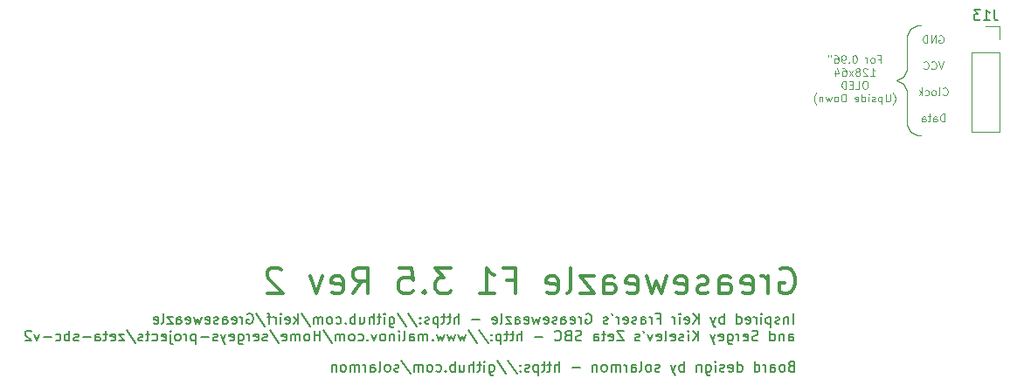
<source format=gbr>
G04 #@! TF.GenerationSoftware,KiCad,Pcbnew,(5.1.9)-1*
G04 #@! TF.CreationDate,2021-01-17T11:56:39+00:00*
G04 #@! TF.ProjectId,Greaseweazle F1 3.5 Inch Rev 2,47726561-7365-4776-9561-7a6c65204631,2*
G04 #@! TF.SameCoordinates,PX6312cb0PY6bcb370*
G04 #@! TF.FileFunction,Legend,Bot*
G04 #@! TF.FilePolarity,Positive*
%FSLAX46Y46*%
G04 Gerber Fmt 4.6, Leading zero omitted, Abs format (unit mm)*
G04 Created by KiCad (PCBNEW (5.1.9)-1) date 2021-01-17 11:56:39*
%MOMM*%
%LPD*%
G01*
G04 APERTURE LIST*
%ADD10C,0.125000*%
%ADD11C,0.304800*%
%ADD12C,0.150000*%
%ADD13C,0.120000*%
G04 APERTURE END LIST*
D10*
X102425428Y16885000D02*
X102496857Y16920715D01*
X102604000Y16920715D01*
X102711142Y16885000D01*
X102782571Y16813572D01*
X102818285Y16742143D01*
X102854000Y16599286D01*
X102854000Y16492143D01*
X102818285Y16349286D01*
X102782571Y16277858D01*
X102711142Y16206429D01*
X102604000Y16170715D01*
X102532571Y16170715D01*
X102425428Y16206429D01*
X102389714Y16242143D01*
X102389714Y16492143D01*
X102532571Y16492143D01*
X102068285Y16170715D02*
X102068285Y16920715D01*
X101639714Y16170715D01*
X101639714Y16920715D01*
X101282571Y16170715D02*
X101282571Y16920715D01*
X101104000Y16920715D01*
X100996857Y16885000D01*
X100925428Y16813572D01*
X100889714Y16742143D01*
X100854000Y16599286D01*
X100854000Y16492143D01*
X100889714Y16349286D01*
X100925428Y16277858D01*
X100996857Y16206429D01*
X101104000Y16170715D01*
X101282571Y16170715D01*
X102782571Y11162143D02*
X102818285Y11126429D01*
X102925428Y11090715D01*
X102996857Y11090715D01*
X103104000Y11126429D01*
X103175428Y11197858D01*
X103211142Y11269286D01*
X103246857Y11412143D01*
X103246857Y11519286D01*
X103211142Y11662143D01*
X103175428Y11733572D01*
X103104000Y11805000D01*
X102996857Y11840715D01*
X102925428Y11840715D01*
X102818285Y11805000D01*
X102782571Y11769286D01*
X102354000Y11090715D02*
X102425428Y11126429D01*
X102461142Y11197858D01*
X102461142Y11840715D01*
X101961142Y11090715D02*
X102032571Y11126429D01*
X102068285Y11162143D01*
X102104000Y11233572D01*
X102104000Y11447858D01*
X102068285Y11519286D01*
X102032571Y11555000D01*
X101961142Y11590715D01*
X101854000Y11590715D01*
X101782571Y11555000D01*
X101746857Y11519286D01*
X101711142Y11447858D01*
X101711142Y11233572D01*
X101746857Y11162143D01*
X101782571Y11126429D01*
X101854000Y11090715D01*
X101961142Y11090715D01*
X101068285Y11126429D02*
X101139714Y11090715D01*
X101282571Y11090715D01*
X101354000Y11126429D01*
X101389714Y11162143D01*
X101425428Y11233572D01*
X101425428Y11447858D01*
X101389714Y11519286D01*
X101354000Y11555000D01*
X101282571Y11590715D01*
X101139714Y11590715D01*
X101068285Y11555000D01*
X100746857Y11090715D02*
X100746857Y11840715D01*
X100675428Y11376429D02*
X100461142Y11090715D01*
X100461142Y11590715D02*
X100746857Y11305000D01*
X102943285Y8550715D02*
X102943285Y9300715D01*
X102764714Y9300715D01*
X102657571Y9265000D01*
X102586142Y9193572D01*
X102550428Y9122143D01*
X102514714Y8979286D01*
X102514714Y8872143D01*
X102550428Y8729286D01*
X102586142Y8657858D01*
X102657571Y8586429D01*
X102764714Y8550715D01*
X102943285Y8550715D01*
X101871857Y8550715D02*
X101871857Y8943572D01*
X101907571Y9015000D01*
X101979000Y9050715D01*
X102121857Y9050715D01*
X102193285Y9015000D01*
X101871857Y8586429D02*
X101943285Y8550715D01*
X102121857Y8550715D01*
X102193285Y8586429D01*
X102229000Y8657858D01*
X102229000Y8729286D01*
X102193285Y8800715D01*
X102121857Y8836429D01*
X101943285Y8836429D01*
X101871857Y8872143D01*
X101621857Y9050715D02*
X101336142Y9050715D01*
X101514714Y9300715D02*
X101514714Y8657858D01*
X101479000Y8586429D01*
X101407571Y8550715D01*
X101336142Y8550715D01*
X100764714Y8550715D02*
X100764714Y8943572D01*
X100800428Y9015000D01*
X100871857Y9050715D01*
X101014714Y9050715D01*
X101086142Y9015000D01*
X100764714Y8586429D02*
X100836142Y8550715D01*
X101014714Y8550715D01*
X101086142Y8586429D01*
X101121857Y8657858D01*
X101121857Y8729286D01*
X101086142Y8800715D01*
X101014714Y8836429D01*
X100836142Y8836429D01*
X100764714Y8872143D01*
X102854000Y14380715D02*
X102604000Y13630715D01*
X102354000Y14380715D01*
X101675428Y13702143D02*
X101711142Y13666429D01*
X101818285Y13630715D01*
X101889714Y13630715D01*
X101996857Y13666429D01*
X102068285Y13737858D01*
X102104000Y13809286D01*
X102139714Y13952143D01*
X102139714Y14059286D01*
X102104000Y14202143D01*
X102068285Y14273572D01*
X101996857Y14345000D01*
X101889714Y14380715D01*
X101818285Y14380715D01*
X101711142Y14345000D01*
X101675428Y14309286D01*
X100925428Y13702143D02*
X100961142Y13666429D01*
X101068285Y13630715D01*
X101139714Y13630715D01*
X101246857Y13666429D01*
X101318285Y13737858D01*
X101354000Y13809286D01*
X101389714Y13952143D01*
X101389714Y14059286D01*
X101354000Y14202143D01*
X101318285Y14273572D01*
X101246857Y14345000D01*
X101139714Y14380715D01*
X101068285Y14380715D01*
X100961142Y14345000D01*
X100925428Y14309286D01*
X96519714Y14628572D02*
X96769714Y14628572D01*
X96769714Y14235715D02*
X96769714Y14985715D01*
X96412571Y14985715D01*
X96019714Y14235715D02*
X96091142Y14271429D01*
X96126857Y14307143D01*
X96162571Y14378572D01*
X96162571Y14592858D01*
X96126857Y14664286D01*
X96091142Y14700000D01*
X96019714Y14735715D01*
X95912571Y14735715D01*
X95841142Y14700000D01*
X95805428Y14664286D01*
X95769714Y14592858D01*
X95769714Y14378572D01*
X95805428Y14307143D01*
X95841142Y14271429D01*
X95912571Y14235715D01*
X96019714Y14235715D01*
X95448285Y14235715D02*
X95448285Y14735715D01*
X95448285Y14592858D02*
X95412571Y14664286D01*
X95376857Y14700000D01*
X95305428Y14735715D01*
X95234000Y14735715D01*
X94269714Y14985715D02*
X94198285Y14985715D01*
X94126857Y14950000D01*
X94091142Y14914286D01*
X94055428Y14842858D01*
X94019714Y14700000D01*
X94019714Y14521429D01*
X94055428Y14378572D01*
X94091142Y14307143D01*
X94126857Y14271429D01*
X94198285Y14235715D01*
X94269714Y14235715D01*
X94341142Y14271429D01*
X94376857Y14307143D01*
X94412571Y14378572D01*
X94448285Y14521429D01*
X94448285Y14700000D01*
X94412571Y14842858D01*
X94376857Y14914286D01*
X94341142Y14950000D01*
X94269714Y14985715D01*
X93698285Y14307143D02*
X93662571Y14271429D01*
X93698285Y14235715D01*
X93734000Y14271429D01*
X93698285Y14307143D01*
X93698285Y14235715D01*
X93305428Y14235715D02*
X93162571Y14235715D01*
X93091142Y14271429D01*
X93055428Y14307143D01*
X92984000Y14414286D01*
X92948285Y14557143D01*
X92948285Y14842858D01*
X92984000Y14914286D01*
X93019714Y14950000D01*
X93091142Y14985715D01*
X93234000Y14985715D01*
X93305428Y14950000D01*
X93341142Y14914286D01*
X93376857Y14842858D01*
X93376857Y14664286D01*
X93341142Y14592858D01*
X93305428Y14557143D01*
X93234000Y14521429D01*
X93091142Y14521429D01*
X93019714Y14557143D01*
X92984000Y14592858D01*
X92948285Y14664286D01*
X92305428Y14985715D02*
X92448285Y14985715D01*
X92519714Y14950000D01*
X92555428Y14914286D01*
X92626857Y14807143D01*
X92662571Y14664286D01*
X92662571Y14378572D01*
X92626857Y14307143D01*
X92591142Y14271429D01*
X92519714Y14235715D01*
X92376857Y14235715D01*
X92305428Y14271429D01*
X92269714Y14307143D01*
X92234000Y14378572D01*
X92234000Y14557143D01*
X92269714Y14628572D01*
X92305428Y14664286D01*
X92376857Y14700000D01*
X92519714Y14700000D01*
X92591142Y14664286D01*
X92626857Y14628572D01*
X92662571Y14557143D01*
X91948285Y14985715D02*
X91948285Y14842858D01*
X91662571Y14985715D02*
X91662571Y14842858D01*
X95751857Y12985715D02*
X96180428Y12985715D01*
X95966142Y12985715D02*
X95966142Y13735715D01*
X96037571Y13628572D01*
X96109000Y13557143D01*
X96180428Y13521429D01*
X95466142Y13664286D02*
X95430428Y13700000D01*
X95359000Y13735715D01*
X95180428Y13735715D01*
X95109000Y13700000D01*
X95073285Y13664286D01*
X95037571Y13592858D01*
X95037571Y13521429D01*
X95073285Y13414286D01*
X95501857Y12985715D01*
X95037571Y12985715D01*
X94609000Y13414286D02*
X94680428Y13450000D01*
X94716142Y13485715D01*
X94751857Y13557143D01*
X94751857Y13592858D01*
X94716142Y13664286D01*
X94680428Y13700000D01*
X94609000Y13735715D01*
X94466142Y13735715D01*
X94394714Y13700000D01*
X94359000Y13664286D01*
X94323285Y13592858D01*
X94323285Y13557143D01*
X94359000Y13485715D01*
X94394714Y13450000D01*
X94466142Y13414286D01*
X94609000Y13414286D01*
X94680428Y13378572D01*
X94716142Y13342858D01*
X94751857Y13271429D01*
X94751857Y13128572D01*
X94716142Y13057143D01*
X94680428Y13021429D01*
X94609000Y12985715D01*
X94466142Y12985715D01*
X94394714Y13021429D01*
X94359000Y13057143D01*
X94323285Y13128572D01*
X94323285Y13271429D01*
X94359000Y13342858D01*
X94394714Y13378572D01*
X94466142Y13414286D01*
X94073285Y12985715D02*
X93680428Y13485715D01*
X94073285Y13485715D02*
X93680428Y12985715D01*
X93073285Y13735715D02*
X93216142Y13735715D01*
X93287571Y13700000D01*
X93323285Y13664286D01*
X93394714Y13557143D01*
X93430428Y13414286D01*
X93430428Y13128572D01*
X93394714Y13057143D01*
X93359000Y13021429D01*
X93287571Y12985715D01*
X93144714Y12985715D01*
X93073285Y13021429D01*
X93037571Y13057143D01*
X93001857Y13128572D01*
X93001857Y13307143D01*
X93037571Y13378572D01*
X93073285Y13414286D01*
X93144714Y13450000D01*
X93287571Y13450000D01*
X93359000Y13414286D01*
X93394714Y13378572D01*
X93430428Y13307143D01*
X92359000Y13485715D02*
X92359000Y12985715D01*
X92537571Y13771429D02*
X92716142Y13235715D01*
X92251857Y13235715D01*
X95323285Y12485715D02*
X95180428Y12485715D01*
X95109000Y12450000D01*
X95037571Y12378572D01*
X95001857Y12235715D01*
X95001857Y11985715D01*
X95037571Y11842858D01*
X95109000Y11771429D01*
X95180428Y11735715D01*
X95323285Y11735715D01*
X95394714Y11771429D01*
X95466142Y11842858D01*
X95501857Y11985715D01*
X95501857Y12235715D01*
X95466142Y12378572D01*
X95394714Y12450000D01*
X95323285Y12485715D01*
X94323285Y11735715D02*
X94680428Y11735715D01*
X94680428Y12485715D01*
X94073285Y12128572D02*
X93823285Y12128572D01*
X93716142Y11735715D02*
X94073285Y11735715D01*
X94073285Y12485715D01*
X93716142Y12485715D01*
X93394714Y11735715D02*
X93394714Y12485715D01*
X93216142Y12485715D01*
X93109000Y12450000D01*
X93037571Y12378572D01*
X93001857Y12307143D01*
X92966142Y12164286D01*
X92966142Y12057143D01*
X93001857Y11914286D01*
X93037571Y11842858D01*
X93109000Y11771429D01*
X93216142Y11735715D01*
X93394714Y11735715D01*
X97948285Y10200000D02*
X97984000Y10235715D01*
X98055428Y10342858D01*
X98091142Y10414286D01*
X98126857Y10521429D01*
X98162571Y10700000D01*
X98162571Y10842858D01*
X98126857Y11021429D01*
X98091142Y11128572D01*
X98055428Y11200000D01*
X97984000Y11307143D01*
X97948285Y11342858D01*
X97662571Y11235715D02*
X97662571Y10628572D01*
X97626857Y10557143D01*
X97591142Y10521429D01*
X97519714Y10485715D01*
X97376857Y10485715D01*
X97305428Y10521429D01*
X97269714Y10557143D01*
X97234000Y10628572D01*
X97234000Y11235715D01*
X96876857Y10985715D02*
X96876857Y10235715D01*
X96876857Y10950000D02*
X96805428Y10985715D01*
X96662571Y10985715D01*
X96591142Y10950000D01*
X96555428Y10914286D01*
X96519714Y10842858D01*
X96519714Y10628572D01*
X96555428Y10557143D01*
X96591142Y10521429D01*
X96662571Y10485715D01*
X96805428Y10485715D01*
X96876857Y10521429D01*
X96234000Y10521429D02*
X96162571Y10485715D01*
X96019714Y10485715D01*
X95948285Y10521429D01*
X95912571Y10592858D01*
X95912571Y10628572D01*
X95948285Y10700000D01*
X96019714Y10735715D01*
X96126857Y10735715D01*
X96198285Y10771429D01*
X96234000Y10842858D01*
X96234000Y10878572D01*
X96198285Y10950000D01*
X96126857Y10985715D01*
X96019714Y10985715D01*
X95948285Y10950000D01*
X95591142Y10485715D02*
X95591142Y10985715D01*
X95591142Y11235715D02*
X95626857Y11200000D01*
X95591142Y11164286D01*
X95555428Y11200000D01*
X95591142Y11235715D01*
X95591142Y11164286D01*
X94912571Y10485715D02*
X94912571Y11235715D01*
X94912571Y10521429D02*
X94984000Y10485715D01*
X95126857Y10485715D01*
X95198285Y10521429D01*
X95234000Y10557143D01*
X95269714Y10628572D01*
X95269714Y10842858D01*
X95234000Y10914286D01*
X95198285Y10950000D01*
X95126857Y10985715D01*
X94984000Y10985715D01*
X94912571Y10950000D01*
X94269714Y10521429D02*
X94341142Y10485715D01*
X94484000Y10485715D01*
X94555428Y10521429D01*
X94591142Y10592858D01*
X94591142Y10878572D01*
X94555428Y10950000D01*
X94484000Y10985715D01*
X94341142Y10985715D01*
X94269714Y10950000D01*
X94234000Y10878572D01*
X94234000Y10807143D01*
X94591142Y10735715D01*
X93341142Y10485715D02*
X93341142Y11235715D01*
X93162571Y11235715D01*
X93055428Y11200000D01*
X92984000Y11128572D01*
X92948285Y11057143D01*
X92912571Y10914286D01*
X92912571Y10807143D01*
X92948285Y10664286D01*
X92984000Y10592858D01*
X93055428Y10521429D01*
X93162571Y10485715D01*
X93341142Y10485715D01*
X92484000Y10485715D02*
X92555428Y10521429D01*
X92591142Y10557143D01*
X92626857Y10628572D01*
X92626857Y10842858D01*
X92591142Y10914286D01*
X92555428Y10950000D01*
X92484000Y10985715D01*
X92376857Y10985715D01*
X92305428Y10950000D01*
X92269714Y10914286D01*
X92234000Y10842858D01*
X92234000Y10628572D01*
X92269714Y10557143D01*
X92305428Y10521429D01*
X92376857Y10485715D01*
X92484000Y10485715D01*
X91984000Y10985715D02*
X91841142Y10485715D01*
X91698285Y10842858D01*
X91555428Y10485715D01*
X91412571Y10985715D01*
X91126857Y10985715D02*
X91126857Y10485715D01*
X91126857Y10914286D02*
X91091142Y10950000D01*
X91019714Y10985715D01*
X90912571Y10985715D01*
X90841142Y10950000D01*
X90805428Y10878572D01*
X90805428Y10485715D01*
X90519714Y10200000D02*
X90484000Y10235715D01*
X90412571Y10342858D01*
X90376857Y10414286D01*
X90341142Y10521429D01*
X90305428Y10700000D01*
X90305428Y10842858D01*
X90341142Y11021429D01*
X90376857Y11128572D01*
X90412571Y11200000D01*
X90484000Y11307143D01*
X90519714Y11342858D01*
X100647333Y17898334D02*
X100314000Y17898334D01*
X99647333Y17565000D01*
X99314000Y16898334D01*
X99314000Y13565000D01*
X98980666Y12898334D01*
X98314000Y12565000D01*
X98980666Y12231667D01*
X99314000Y11565000D01*
X99314000Y8231667D01*
X99647333Y7565000D01*
X100314000Y7231667D01*
X100647333Y7231667D01*
D11*
X87051118Y-5735000D02*
X87289213Y-5615952D01*
X87646356Y-5615952D01*
X88003499Y-5735000D01*
X88241594Y-5973095D01*
X88360641Y-6211190D01*
X88479689Y-6687380D01*
X88479689Y-7044523D01*
X88360641Y-7520714D01*
X88241594Y-7758809D01*
X88003499Y-7996904D01*
X87646356Y-8115952D01*
X87408260Y-8115952D01*
X87051118Y-7996904D01*
X86932070Y-7877857D01*
X86932070Y-7044523D01*
X87408260Y-7044523D01*
X85860641Y-8115952D02*
X85860641Y-6449285D01*
X85860641Y-6925476D02*
X85741594Y-6687380D01*
X85622546Y-6568333D01*
X85384451Y-6449285D01*
X85146356Y-6449285D01*
X83360641Y-7996904D02*
X83598737Y-8115952D01*
X84074927Y-8115952D01*
X84313022Y-7996904D01*
X84432070Y-7758809D01*
X84432070Y-6806428D01*
X84313022Y-6568333D01*
X84074927Y-6449285D01*
X83598737Y-6449285D01*
X83360641Y-6568333D01*
X83241594Y-6806428D01*
X83241594Y-7044523D01*
X84432070Y-7282619D01*
X81098737Y-8115952D02*
X81098737Y-6806428D01*
X81217784Y-6568333D01*
X81455880Y-6449285D01*
X81932070Y-6449285D01*
X82170165Y-6568333D01*
X81098737Y-7996904D02*
X81336832Y-8115952D01*
X81932070Y-8115952D01*
X82170165Y-7996904D01*
X82289213Y-7758809D01*
X82289213Y-7520714D01*
X82170165Y-7282619D01*
X81932070Y-7163571D01*
X81336832Y-7163571D01*
X81098737Y-7044523D01*
X80027308Y-7996904D02*
X79789213Y-8115952D01*
X79313022Y-8115952D01*
X79074927Y-7996904D01*
X78955880Y-7758809D01*
X78955880Y-7639761D01*
X79074927Y-7401666D01*
X79313022Y-7282619D01*
X79670165Y-7282619D01*
X79908260Y-7163571D01*
X80027308Y-6925476D01*
X80027308Y-6806428D01*
X79908260Y-6568333D01*
X79670165Y-6449285D01*
X79313022Y-6449285D01*
X79074927Y-6568333D01*
X76932070Y-7996904D02*
X77170165Y-8115952D01*
X77646356Y-8115952D01*
X77884451Y-7996904D01*
X78003499Y-7758809D01*
X78003499Y-6806428D01*
X77884451Y-6568333D01*
X77646356Y-6449285D01*
X77170165Y-6449285D01*
X76932070Y-6568333D01*
X76813022Y-6806428D01*
X76813022Y-7044523D01*
X78003499Y-7282619D01*
X75979689Y-6449285D02*
X75503499Y-8115952D01*
X75027308Y-6925476D01*
X74551118Y-8115952D01*
X74074927Y-6449285D01*
X72170165Y-7996904D02*
X72408260Y-8115952D01*
X72884451Y-8115952D01*
X73122546Y-7996904D01*
X73241594Y-7758809D01*
X73241594Y-6806428D01*
X73122546Y-6568333D01*
X72884451Y-6449285D01*
X72408260Y-6449285D01*
X72170165Y-6568333D01*
X72051118Y-6806428D01*
X72051118Y-7044523D01*
X73241594Y-7282619D01*
X69908260Y-8115952D02*
X69908260Y-6806428D01*
X70027308Y-6568333D01*
X70265403Y-6449285D01*
X70741594Y-6449285D01*
X70979689Y-6568333D01*
X69908260Y-7996904D02*
X70146356Y-8115952D01*
X70741594Y-8115952D01*
X70979689Y-7996904D01*
X71098737Y-7758809D01*
X71098737Y-7520714D01*
X70979689Y-7282619D01*
X70741594Y-7163571D01*
X70146356Y-7163571D01*
X69908260Y-7044523D01*
X68955880Y-6449285D02*
X67646356Y-6449285D01*
X68955880Y-8115952D01*
X67646356Y-8115952D01*
X66336832Y-8115952D02*
X66574927Y-7996904D01*
X66693975Y-7758809D01*
X66693975Y-5615952D01*
X64432070Y-7996904D02*
X64670165Y-8115952D01*
X65146356Y-8115952D01*
X65384451Y-7996904D01*
X65503499Y-7758809D01*
X65503499Y-6806428D01*
X65384451Y-6568333D01*
X65146356Y-6449285D01*
X64670165Y-6449285D01*
X64432070Y-6568333D01*
X64313022Y-6806428D01*
X64313022Y-7044523D01*
X65503499Y-7282619D01*
X60503499Y-6806428D02*
X61336832Y-6806428D01*
X61336832Y-8115952D02*
X61336832Y-5615952D01*
X60146356Y-5615952D01*
X57884451Y-8115952D02*
X59313022Y-8115952D01*
X58598737Y-8115952D02*
X58598737Y-5615952D01*
X58836832Y-5973095D01*
X59074927Y-6211190D01*
X59313022Y-6330238D01*
X55146356Y-5615952D02*
X53598737Y-5615952D01*
X54432070Y-6568333D01*
X54074927Y-6568333D01*
X53836832Y-6687380D01*
X53717784Y-6806428D01*
X53598737Y-7044523D01*
X53598737Y-7639761D01*
X53717784Y-7877857D01*
X53836832Y-7996904D01*
X54074927Y-8115952D01*
X54789213Y-8115952D01*
X55027308Y-7996904D01*
X55146356Y-7877857D01*
X52527308Y-7877857D02*
X52408260Y-7996904D01*
X52527308Y-8115952D01*
X52646356Y-7996904D01*
X52527308Y-7877857D01*
X52527308Y-8115952D01*
X50146356Y-5615952D02*
X51336832Y-5615952D01*
X51455880Y-6806428D01*
X51336832Y-6687380D01*
X51098737Y-6568333D01*
X50503499Y-6568333D01*
X50265403Y-6687380D01*
X50146356Y-6806428D01*
X50027308Y-7044523D01*
X50027308Y-7639761D01*
X50146356Y-7877857D01*
X50265403Y-7996904D01*
X50503499Y-8115952D01*
X51098737Y-8115952D01*
X51336832Y-7996904D01*
X51455880Y-7877857D01*
X45622546Y-8115952D02*
X46455880Y-6925476D01*
X47051118Y-8115952D02*
X47051118Y-5615952D01*
X46098737Y-5615952D01*
X45860641Y-5735000D01*
X45741594Y-5854047D01*
X45622546Y-6092142D01*
X45622546Y-6449285D01*
X45741594Y-6687380D01*
X45860641Y-6806428D01*
X46098737Y-6925476D01*
X47051118Y-6925476D01*
X43598737Y-7996904D02*
X43836832Y-8115952D01*
X44313022Y-8115952D01*
X44551118Y-7996904D01*
X44670165Y-7758809D01*
X44670165Y-6806428D01*
X44551118Y-6568333D01*
X44313022Y-6449285D01*
X43836832Y-6449285D01*
X43598737Y-6568333D01*
X43479689Y-6806428D01*
X43479689Y-7044523D01*
X44670165Y-7282619D01*
X42646356Y-6449285D02*
X42051118Y-8115952D01*
X41455880Y-6449285D01*
X38717784Y-5854047D02*
X38598737Y-5735000D01*
X38360641Y-5615952D01*
X37765403Y-5615952D01*
X37527308Y-5735000D01*
X37408260Y-5854047D01*
X37289213Y-6092142D01*
X37289213Y-6330238D01*
X37408260Y-6687380D01*
X38836832Y-8115952D01*
X37289213Y-8115952D01*
D12*
X88285004Y-11057380D02*
X88285004Y-10057380D01*
X87808814Y-10390714D02*
X87808814Y-11057380D01*
X87808814Y-10485952D02*
X87761195Y-10438333D01*
X87665957Y-10390714D01*
X87523100Y-10390714D01*
X87427861Y-10438333D01*
X87380242Y-10533571D01*
X87380242Y-11057380D01*
X86951671Y-11009761D02*
X86856433Y-11057380D01*
X86665957Y-11057380D01*
X86570719Y-11009761D01*
X86523100Y-10914523D01*
X86523100Y-10866904D01*
X86570719Y-10771666D01*
X86665957Y-10724047D01*
X86808814Y-10724047D01*
X86904052Y-10676428D01*
X86951671Y-10581190D01*
X86951671Y-10533571D01*
X86904052Y-10438333D01*
X86808814Y-10390714D01*
X86665957Y-10390714D01*
X86570719Y-10438333D01*
X86094528Y-10390714D02*
X86094528Y-11390714D01*
X86094528Y-10438333D02*
X85999290Y-10390714D01*
X85808814Y-10390714D01*
X85713576Y-10438333D01*
X85665957Y-10485952D01*
X85618338Y-10581190D01*
X85618338Y-10866904D01*
X85665957Y-10962142D01*
X85713576Y-11009761D01*
X85808814Y-11057380D01*
X85999290Y-11057380D01*
X86094528Y-11009761D01*
X85189766Y-11057380D02*
X85189766Y-10390714D01*
X85189766Y-10057380D02*
X85237385Y-10105000D01*
X85189766Y-10152619D01*
X85142147Y-10105000D01*
X85189766Y-10057380D01*
X85189766Y-10152619D01*
X84713576Y-11057380D02*
X84713576Y-10390714D01*
X84713576Y-10581190D02*
X84665957Y-10485952D01*
X84618338Y-10438333D01*
X84523100Y-10390714D01*
X84427861Y-10390714D01*
X83713576Y-11009761D02*
X83808814Y-11057380D01*
X83999290Y-11057380D01*
X84094528Y-11009761D01*
X84142147Y-10914523D01*
X84142147Y-10533571D01*
X84094528Y-10438333D01*
X83999290Y-10390714D01*
X83808814Y-10390714D01*
X83713576Y-10438333D01*
X83665957Y-10533571D01*
X83665957Y-10628809D01*
X84142147Y-10724047D01*
X82808814Y-11057380D02*
X82808814Y-10057380D01*
X82808814Y-11009761D02*
X82904052Y-11057380D01*
X83094528Y-11057380D01*
X83189766Y-11009761D01*
X83237385Y-10962142D01*
X83285004Y-10866904D01*
X83285004Y-10581190D01*
X83237385Y-10485952D01*
X83189766Y-10438333D01*
X83094528Y-10390714D01*
X82904052Y-10390714D01*
X82808814Y-10438333D01*
X81570719Y-11057380D02*
X81570719Y-10057380D01*
X81570719Y-10438333D02*
X81475480Y-10390714D01*
X81285004Y-10390714D01*
X81189766Y-10438333D01*
X81142147Y-10485952D01*
X81094528Y-10581190D01*
X81094528Y-10866904D01*
X81142147Y-10962142D01*
X81189766Y-11009761D01*
X81285004Y-11057380D01*
X81475480Y-11057380D01*
X81570719Y-11009761D01*
X80761195Y-10390714D02*
X80523100Y-11057380D01*
X80285004Y-10390714D02*
X80523100Y-11057380D01*
X80618338Y-11295476D01*
X80665957Y-11343095D01*
X80761195Y-11390714D01*
X79142147Y-11057380D02*
X79142147Y-10057380D01*
X78570719Y-11057380D02*
X78999290Y-10485952D01*
X78570719Y-10057380D02*
X79142147Y-10628809D01*
X77761195Y-11009761D02*
X77856433Y-11057380D01*
X78046909Y-11057380D01*
X78142147Y-11009761D01*
X78189766Y-10914523D01*
X78189766Y-10533571D01*
X78142147Y-10438333D01*
X78046909Y-10390714D01*
X77856433Y-10390714D01*
X77761195Y-10438333D01*
X77713576Y-10533571D01*
X77713576Y-10628809D01*
X78189766Y-10724047D01*
X77285004Y-11057380D02*
X77285004Y-10390714D01*
X77285004Y-10057380D02*
X77332623Y-10105000D01*
X77285004Y-10152619D01*
X77237385Y-10105000D01*
X77285004Y-10057380D01*
X77285004Y-10152619D01*
X76808814Y-11057380D02*
X76808814Y-10390714D01*
X76808814Y-10581190D02*
X76761195Y-10485952D01*
X76713576Y-10438333D01*
X76618338Y-10390714D01*
X76523100Y-10390714D01*
X75094528Y-10533571D02*
X75427861Y-10533571D01*
X75427861Y-11057380D02*
X75427861Y-10057380D01*
X74951671Y-10057380D01*
X74570719Y-11057380D02*
X74570719Y-10390714D01*
X74570719Y-10581190D02*
X74523100Y-10485952D01*
X74475480Y-10438333D01*
X74380242Y-10390714D01*
X74285004Y-10390714D01*
X73523100Y-11057380D02*
X73523100Y-10533571D01*
X73570719Y-10438333D01*
X73665957Y-10390714D01*
X73856433Y-10390714D01*
X73951671Y-10438333D01*
X73523100Y-11009761D02*
X73618338Y-11057380D01*
X73856433Y-11057380D01*
X73951671Y-11009761D01*
X73999290Y-10914523D01*
X73999290Y-10819285D01*
X73951671Y-10724047D01*
X73856433Y-10676428D01*
X73618338Y-10676428D01*
X73523100Y-10628809D01*
X73094528Y-11009761D02*
X72999290Y-11057380D01*
X72808814Y-11057380D01*
X72713576Y-11009761D01*
X72665957Y-10914523D01*
X72665957Y-10866904D01*
X72713576Y-10771666D01*
X72808814Y-10724047D01*
X72951671Y-10724047D01*
X73046909Y-10676428D01*
X73094528Y-10581190D01*
X73094528Y-10533571D01*
X73046909Y-10438333D01*
X72951671Y-10390714D01*
X72808814Y-10390714D01*
X72713576Y-10438333D01*
X71856433Y-11009761D02*
X71951671Y-11057380D01*
X72142147Y-11057380D01*
X72237385Y-11009761D01*
X72285004Y-10914523D01*
X72285004Y-10533571D01*
X72237385Y-10438333D01*
X72142147Y-10390714D01*
X71951671Y-10390714D01*
X71856433Y-10438333D01*
X71808814Y-10533571D01*
X71808814Y-10628809D01*
X72285004Y-10724047D01*
X71380242Y-11057380D02*
X71380242Y-10390714D01*
X71380242Y-10581190D02*
X71332623Y-10485952D01*
X71285004Y-10438333D01*
X71189766Y-10390714D01*
X71094528Y-10390714D01*
X70713576Y-10057380D02*
X70808814Y-10247857D01*
X70332623Y-11009761D02*
X70237385Y-11057380D01*
X70046909Y-11057380D01*
X69951671Y-11009761D01*
X69904052Y-10914523D01*
X69904052Y-10866904D01*
X69951671Y-10771666D01*
X70046909Y-10724047D01*
X70189766Y-10724047D01*
X70285004Y-10676428D01*
X70332623Y-10581190D01*
X70332623Y-10533571D01*
X70285004Y-10438333D01*
X70189766Y-10390714D01*
X70046909Y-10390714D01*
X69951671Y-10438333D01*
X68189766Y-10105000D02*
X68285004Y-10057380D01*
X68427861Y-10057380D01*
X68570719Y-10105000D01*
X68665957Y-10200238D01*
X68713576Y-10295476D01*
X68761195Y-10485952D01*
X68761195Y-10628809D01*
X68713576Y-10819285D01*
X68665957Y-10914523D01*
X68570719Y-11009761D01*
X68427861Y-11057380D01*
X68332623Y-11057380D01*
X68189766Y-11009761D01*
X68142147Y-10962142D01*
X68142147Y-10628809D01*
X68332623Y-10628809D01*
X67713576Y-11057380D02*
X67713576Y-10390714D01*
X67713576Y-10581190D02*
X67665957Y-10485952D01*
X67618338Y-10438333D01*
X67523100Y-10390714D01*
X67427861Y-10390714D01*
X66713576Y-11009761D02*
X66808814Y-11057380D01*
X66999290Y-11057380D01*
X67094528Y-11009761D01*
X67142147Y-10914523D01*
X67142147Y-10533571D01*
X67094528Y-10438333D01*
X66999290Y-10390714D01*
X66808814Y-10390714D01*
X66713576Y-10438333D01*
X66665957Y-10533571D01*
X66665957Y-10628809D01*
X67142147Y-10724047D01*
X65808814Y-11057380D02*
X65808814Y-10533571D01*
X65856433Y-10438333D01*
X65951671Y-10390714D01*
X66142147Y-10390714D01*
X66237385Y-10438333D01*
X65808814Y-11009761D02*
X65904052Y-11057380D01*
X66142147Y-11057380D01*
X66237385Y-11009761D01*
X66285004Y-10914523D01*
X66285004Y-10819285D01*
X66237385Y-10724047D01*
X66142147Y-10676428D01*
X65904052Y-10676428D01*
X65808814Y-10628809D01*
X65380242Y-11009761D02*
X65285004Y-11057380D01*
X65094528Y-11057380D01*
X64999290Y-11009761D01*
X64951671Y-10914523D01*
X64951671Y-10866904D01*
X64999290Y-10771666D01*
X65094528Y-10724047D01*
X65237385Y-10724047D01*
X65332623Y-10676428D01*
X65380242Y-10581190D01*
X65380242Y-10533571D01*
X65332623Y-10438333D01*
X65237385Y-10390714D01*
X65094528Y-10390714D01*
X64999290Y-10438333D01*
X64142147Y-11009761D02*
X64237385Y-11057380D01*
X64427861Y-11057380D01*
X64523100Y-11009761D01*
X64570719Y-10914523D01*
X64570719Y-10533571D01*
X64523100Y-10438333D01*
X64427861Y-10390714D01*
X64237385Y-10390714D01*
X64142147Y-10438333D01*
X64094528Y-10533571D01*
X64094528Y-10628809D01*
X64570719Y-10724047D01*
X63761195Y-10390714D02*
X63570719Y-11057380D01*
X63380242Y-10581190D01*
X63189766Y-11057380D01*
X62999290Y-10390714D01*
X62237385Y-11009761D02*
X62332623Y-11057380D01*
X62523100Y-11057380D01*
X62618338Y-11009761D01*
X62665957Y-10914523D01*
X62665957Y-10533571D01*
X62618338Y-10438333D01*
X62523100Y-10390714D01*
X62332623Y-10390714D01*
X62237385Y-10438333D01*
X62189766Y-10533571D01*
X62189766Y-10628809D01*
X62665957Y-10724047D01*
X61332623Y-11057380D02*
X61332623Y-10533571D01*
X61380242Y-10438333D01*
X61475480Y-10390714D01*
X61665957Y-10390714D01*
X61761195Y-10438333D01*
X61332623Y-11009761D02*
X61427861Y-11057380D01*
X61665957Y-11057380D01*
X61761195Y-11009761D01*
X61808814Y-10914523D01*
X61808814Y-10819285D01*
X61761195Y-10724047D01*
X61665957Y-10676428D01*
X61427861Y-10676428D01*
X61332623Y-10628809D01*
X60951671Y-10390714D02*
X60427861Y-10390714D01*
X60951671Y-11057380D01*
X60427861Y-11057380D01*
X59904052Y-11057380D02*
X59999290Y-11009761D01*
X60046909Y-10914523D01*
X60046909Y-10057380D01*
X59142147Y-11009761D02*
X59237385Y-11057380D01*
X59427861Y-11057380D01*
X59523100Y-11009761D01*
X59570719Y-10914523D01*
X59570719Y-10533571D01*
X59523100Y-10438333D01*
X59427861Y-10390714D01*
X59237385Y-10390714D01*
X59142147Y-10438333D01*
X59094528Y-10533571D01*
X59094528Y-10628809D01*
X59570719Y-10724047D01*
X57904052Y-10676428D02*
X57142147Y-10676428D01*
X55904052Y-11057380D02*
X55904052Y-10057380D01*
X55475480Y-11057380D02*
X55475480Y-10533571D01*
X55523100Y-10438333D01*
X55618338Y-10390714D01*
X55761195Y-10390714D01*
X55856433Y-10438333D01*
X55904052Y-10485952D01*
X55142147Y-10390714D02*
X54761195Y-10390714D01*
X54999290Y-10057380D02*
X54999290Y-10914523D01*
X54951671Y-11009761D01*
X54856433Y-11057380D01*
X54761195Y-11057380D01*
X54570719Y-10390714D02*
X54189766Y-10390714D01*
X54427861Y-10057380D02*
X54427861Y-10914523D01*
X54380242Y-11009761D01*
X54285004Y-11057380D01*
X54189766Y-11057380D01*
X53856433Y-10390714D02*
X53856433Y-11390714D01*
X53856433Y-10438333D02*
X53761195Y-10390714D01*
X53570719Y-10390714D01*
X53475480Y-10438333D01*
X53427861Y-10485952D01*
X53380242Y-10581190D01*
X53380242Y-10866904D01*
X53427861Y-10962142D01*
X53475480Y-11009761D01*
X53570719Y-11057380D01*
X53761195Y-11057380D01*
X53856433Y-11009761D01*
X52999290Y-11009761D02*
X52904052Y-11057380D01*
X52713576Y-11057380D01*
X52618338Y-11009761D01*
X52570719Y-10914523D01*
X52570719Y-10866904D01*
X52618338Y-10771666D01*
X52713576Y-10724047D01*
X52856433Y-10724047D01*
X52951671Y-10676428D01*
X52999290Y-10581190D01*
X52999290Y-10533571D01*
X52951671Y-10438333D01*
X52856433Y-10390714D01*
X52713576Y-10390714D01*
X52618338Y-10438333D01*
X52142147Y-10962142D02*
X52094528Y-11009761D01*
X52142147Y-11057380D01*
X52189766Y-11009761D01*
X52142147Y-10962142D01*
X52142147Y-11057380D01*
X52142147Y-10438333D02*
X52094528Y-10485952D01*
X52142147Y-10533571D01*
X52189766Y-10485952D01*
X52142147Y-10438333D01*
X52142147Y-10533571D01*
X50951671Y-10009761D02*
X51808814Y-11295476D01*
X49904052Y-10009761D02*
X50761195Y-11295476D01*
X49142147Y-10390714D02*
X49142147Y-11200238D01*
X49189766Y-11295476D01*
X49237385Y-11343095D01*
X49332623Y-11390714D01*
X49475480Y-11390714D01*
X49570719Y-11343095D01*
X49142147Y-11009761D02*
X49237385Y-11057380D01*
X49427861Y-11057380D01*
X49523100Y-11009761D01*
X49570719Y-10962142D01*
X49618338Y-10866904D01*
X49618338Y-10581190D01*
X49570719Y-10485952D01*
X49523100Y-10438333D01*
X49427861Y-10390714D01*
X49237385Y-10390714D01*
X49142147Y-10438333D01*
X48665957Y-11057380D02*
X48665957Y-10390714D01*
X48665957Y-10057380D02*
X48713576Y-10105000D01*
X48665957Y-10152619D01*
X48618338Y-10105000D01*
X48665957Y-10057380D01*
X48665957Y-10152619D01*
X48332623Y-10390714D02*
X47951671Y-10390714D01*
X48189766Y-10057380D02*
X48189766Y-10914523D01*
X48142147Y-11009761D01*
X48046909Y-11057380D01*
X47951671Y-11057380D01*
X47618338Y-11057380D02*
X47618338Y-10057380D01*
X47189766Y-11057380D02*
X47189766Y-10533571D01*
X47237385Y-10438333D01*
X47332623Y-10390714D01*
X47475480Y-10390714D01*
X47570719Y-10438333D01*
X47618338Y-10485952D01*
X46285004Y-10390714D02*
X46285004Y-11057380D01*
X46713576Y-10390714D02*
X46713576Y-10914523D01*
X46665957Y-11009761D01*
X46570719Y-11057380D01*
X46427861Y-11057380D01*
X46332623Y-11009761D01*
X46285004Y-10962142D01*
X45808814Y-11057380D02*
X45808814Y-10057380D01*
X45808814Y-10438333D02*
X45713576Y-10390714D01*
X45523100Y-10390714D01*
X45427861Y-10438333D01*
X45380242Y-10485952D01*
X45332623Y-10581190D01*
X45332623Y-10866904D01*
X45380242Y-10962142D01*
X45427861Y-11009761D01*
X45523100Y-11057380D01*
X45713576Y-11057380D01*
X45808814Y-11009761D01*
X44904052Y-10962142D02*
X44856433Y-11009761D01*
X44904052Y-11057380D01*
X44951671Y-11009761D01*
X44904052Y-10962142D01*
X44904052Y-11057380D01*
X43999290Y-11009761D02*
X44094528Y-11057380D01*
X44285004Y-11057380D01*
X44380242Y-11009761D01*
X44427861Y-10962142D01*
X44475480Y-10866904D01*
X44475480Y-10581190D01*
X44427861Y-10485952D01*
X44380242Y-10438333D01*
X44285004Y-10390714D01*
X44094528Y-10390714D01*
X43999290Y-10438333D01*
X43427861Y-11057380D02*
X43523100Y-11009761D01*
X43570719Y-10962142D01*
X43618338Y-10866904D01*
X43618338Y-10581190D01*
X43570719Y-10485952D01*
X43523100Y-10438333D01*
X43427861Y-10390714D01*
X43285004Y-10390714D01*
X43189766Y-10438333D01*
X43142147Y-10485952D01*
X43094528Y-10581190D01*
X43094528Y-10866904D01*
X43142147Y-10962142D01*
X43189766Y-11009761D01*
X43285004Y-11057380D01*
X43427861Y-11057380D01*
X42665957Y-11057380D02*
X42665957Y-10390714D01*
X42665957Y-10485952D02*
X42618338Y-10438333D01*
X42523100Y-10390714D01*
X42380242Y-10390714D01*
X42285004Y-10438333D01*
X42237385Y-10533571D01*
X42237385Y-11057380D01*
X42237385Y-10533571D02*
X42189766Y-10438333D01*
X42094528Y-10390714D01*
X41951671Y-10390714D01*
X41856433Y-10438333D01*
X41808814Y-10533571D01*
X41808814Y-11057380D01*
X40618338Y-10009761D02*
X41475480Y-11295476D01*
X40285004Y-11057380D02*
X40285004Y-10057380D01*
X40189766Y-10676428D02*
X39904052Y-11057380D01*
X39904052Y-10390714D02*
X40285004Y-10771666D01*
X39094528Y-11009761D02*
X39189766Y-11057380D01*
X39380242Y-11057380D01*
X39475480Y-11009761D01*
X39523100Y-10914523D01*
X39523100Y-10533571D01*
X39475480Y-10438333D01*
X39380242Y-10390714D01*
X39189766Y-10390714D01*
X39094528Y-10438333D01*
X39046909Y-10533571D01*
X39046909Y-10628809D01*
X39523100Y-10724047D01*
X38618338Y-11057380D02*
X38618338Y-10390714D01*
X38618338Y-10057380D02*
X38665957Y-10105000D01*
X38618338Y-10152619D01*
X38570719Y-10105000D01*
X38618338Y-10057380D01*
X38618338Y-10152619D01*
X38142147Y-11057380D02*
X38142147Y-10390714D01*
X38142147Y-10581190D02*
X38094528Y-10485952D01*
X38046909Y-10438333D01*
X37951671Y-10390714D01*
X37856433Y-10390714D01*
X37665957Y-10390714D02*
X37285004Y-10390714D01*
X37523100Y-11057380D02*
X37523100Y-10200238D01*
X37475480Y-10105000D01*
X37380242Y-10057380D01*
X37285004Y-10057380D01*
X36237385Y-10009761D02*
X37094528Y-11295476D01*
X35380242Y-10105000D02*
X35475480Y-10057380D01*
X35618338Y-10057380D01*
X35761195Y-10105000D01*
X35856433Y-10200238D01*
X35904052Y-10295476D01*
X35951671Y-10485952D01*
X35951671Y-10628809D01*
X35904052Y-10819285D01*
X35856433Y-10914523D01*
X35761195Y-11009761D01*
X35618338Y-11057380D01*
X35523100Y-11057380D01*
X35380242Y-11009761D01*
X35332623Y-10962142D01*
X35332623Y-10628809D01*
X35523100Y-10628809D01*
X34904052Y-11057380D02*
X34904052Y-10390714D01*
X34904052Y-10581190D02*
X34856433Y-10485952D01*
X34808814Y-10438333D01*
X34713576Y-10390714D01*
X34618338Y-10390714D01*
X33904052Y-11009761D02*
X33999290Y-11057380D01*
X34189766Y-11057380D01*
X34285004Y-11009761D01*
X34332623Y-10914523D01*
X34332623Y-10533571D01*
X34285004Y-10438333D01*
X34189766Y-10390714D01*
X33999290Y-10390714D01*
X33904052Y-10438333D01*
X33856433Y-10533571D01*
X33856433Y-10628809D01*
X34332623Y-10724047D01*
X32999290Y-11057380D02*
X32999290Y-10533571D01*
X33046909Y-10438333D01*
X33142147Y-10390714D01*
X33332623Y-10390714D01*
X33427861Y-10438333D01*
X32999290Y-11009761D02*
X33094528Y-11057380D01*
X33332623Y-11057380D01*
X33427861Y-11009761D01*
X33475480Y-10914523D01*
X33475480Y-10819285D01*
X33427861Y-10724047D01*
X33332623Y-10676428D01*
X33094528Y-10676428D01*
X32999290Y-10628809D01*
X32570719Y-11009761D02*
X32475480Y-11057380D01*
X32285004Y-11057380D01*
X32189766Y-11009761D01*
X32142147Y-10914523D01*
X32142147Y-10866904D01*
X32189766Y-10771666D01*
X32285004Y-10724047D01*
X32427861Y-10724047D01*
X32523100Y-10676428D01*
X32570719Y-10581190D01*
X32570719Y-10533571D01*
X32523100Y-10438333D01*
X32427861Y-10390714D01*
X32285004Y-10390714D01*
X32189766Y-10438333D01*
X31332623Y-11009761D02*
X31427861Y-11057380D01*
X31618338Y-11057380D01*
X31713576Y-11009761D01*
X31761195Y-10914523D01*
X31761195Y-10533571D01*
X31713576Y-10438333D01*
X31618338Y-10390714D01*
X31427861Y-10390714D01*
X31332623Y-10438333D01*
X31285004Y-10533571D01*
X31285004Y-10628809D01*
X31761195Y-10724047D01*
X30951671Y-10390714D02*
X30761195Y-11057380D01*
X30570719Y-10581190D01*
X30380242Y-11057380D01*
X30189766Y-10390714D01*
X29427861Y-11009761D02*
X29523100Y-11057380D01*
X29713576Y-11057380D01*
X29808814Y-11009761D01*
X29856433Y-10914523D01*
X29856433Y-10533571D01*
X29808814Y-10438333D01*
X29713576Y-10390714D01*
X29523100Y-10390714D01*
X29427861Y-10438333D01*
X29380242Y-10533571D01*
X29380242Y-10628809D01*
X29856433Y-10724047D01*
X28523100Y-11057380D02*
X28523100Y-10533571D01*
X28570719Y-10438333D01*
X28665957Y-10390714D01*
X28856433Y-10390714D01*
X28951671Y-10438333D01*
X28523100Y-11009761D02*
X28618338Y-11057380D01*
X28856433Y-11057380D01*
X28951671Y-11009761D01*
X28999290Y-10914523D01*
X28999290Y-10819285D01*
X28951671Y-10724047D01*
X28856433Y-10676428D01*
X28618338Y-10676428D01*
X28523100Y-10628809D01*
X28142147Y-10390714D02*
X27618338Y-10390714D01*
X28142147Y-11057380D01*
X27618338Y-11057380D01*
X27094528Y-11057380D02*
X27189766Y-11009761D01*
X27237385Y-10914523D01*
X27237385Y-10057380D01*
X26332623Y-11009761D02*
X26427861Y-11057380D01*
X26618338Y-11057380D01*
X26713576Y-11009761D01*
X26761195Y-10914523D01*
X26761195Y-10533571D01*
X26713576Y-10438333D01*
X26618338Y-10390714D01*
X26427861Y-10390714D01*
X26332623Y-10438333D01*
X26285004Y-10533571D01*
X26285004Y-10628809D01*
X26761195Y-10724047D01*
X87856433Y-12707380D02*
X87856433Y-12183571D01*
X87904052Y-12088333D01*
X87999290Y-12040714D01*
X88189766Y-12040714D01*
X88285004Y-12088333D01*
X87856433Y-12659761D02*
X87951671Y-12707380D01*
X88189766Y-12707380D01*
X88285004Y-12659761D01*
X88332623Y-12564523D01*
X88332623Y-12469285D01*
X88285004Y-12374047D01*
X88189766Y-12326428D01*
X87951671Y-12326428D01*
X87856433Y-12278809D01*
X87380242Y-12040714D02*
X87380242Y-12707380D01*
X87380242Y-12135952D02*
X87332623Y-12088333D01*
X87237385Y-12040714D01*
X87094528Y-12040714D01*
X86999290Y-12088333D01*
X86951671Y-12183571D01*
X86951671Y-12707380D01*
X86046909Y-12707380D02*
X86046909Y-11707380D01*
X86046909Y-12659761D02*
X86142147Y-12707380D01*
X86332623Y-12707380D01*
X86427861Y-12659761D01*
X86475480Y-12612142D01*
X86523100Y-12516904D01*
X86523100Y-12231190D01*
X86475480Y-12135952D01*
X86427861Y-12088333D01*
X86332623Y-12040714D01*
X86142147Y-12040714D01*
X86046909Y-12088333D01*
X84856433Y-12659761D02*
X84713576Y-12707380D01*
X84475480Y-12707380D01*
X84380242Y-12659761D01*
X84332623Y-12612142D01*
X84285004Y-12516904D01*
X84285004Y-12421666D01*
X84332623Y-12326428D01*
X84380242Y-12278809D01*
X84475480Y-12231190D01*
X84665957Y-12183571D01*
X84761195Y-12135952D01*
X84808814Y-12088333D01*
X84856433Y-11993095D01*
X84856433Y-11897857D01*
X84808814Y-11802619D01*
X84761195Y-11755000D01*
X84665957Y-11707380D01*
X84427861Y-11707380D01*
X84285004Y-11755000D01*
X83475480Y-12659761D02*
X83570719Y-12707380D01*
X83761195Y-12707380D01*
X83856433Y-12659761D01*
X83904052Y-12564523D01*
X83904052Y-12183571D01*
X83856433Y-12088333D01*
X83761195Y-12040714D01*
X83570719Y-12040714D01*
X83475480Y-12088333D01*
X83427861Y-12183571D01*
X83427861Y-12278809D01*
X83904052Y-12374047D01*
X82999290Y-12707380D02*
X82999290Y-12040714D01*
X82999290Y-12231190D02*
X82951671Y-12135952D01*
X82904052Y-12088333D01*
X82808814Y-12040714D01*
X82713576Y-12040714D01*
X81951671Y-12040714D02*
X81951671Y-12850238D01*
X81999290Y-12945476D01*
X82046909Y-12993095D01*
X82142147Y-13040714D01*
X82285004Y-13040714D01*
X82380242Y-12993095D01*
X81951671Y-12659761D02*
X82046909Y-12707380D01*
X82237385Y-12707380D01*
X82332623Y-12659761D01*
X82380242Y-12612142D01*
X82427861Y-12516904D01*
X82427861Y-12231190D01*
X82380242Y-12135952D01*
X82332623Y-12088333D01*
X82237385Y-12040714D01*
X82046909Y-12040714D01*
X81951671Y-12088333D01*
X81094528Y-12659761D02*
X81189766Y-12707380D01*
X81380242Y-12707380D01*
X81475480Y-12659761D01*
X81523100Y-12564523D01*
X81523100Y-12183571D01*
X81475480Y-12088333D01*
X81380242Y-12040714D01*
X81189766Y-12040714D01*
X81094528Y-12088333D01*
X81046909Y-12183571D01*
X81046909Y-12278809D01*
X81523100Y-12374047D01*
X80713576Y-12040714D02*
X80475480Y-12707380D01*
X80237385Y-12040714D02*
X80475480Y-12707380D01*
X80570719Y-12945476D01*
X80618338Y-12993095D01*
X80713576Y-13040714D01*
X79094528Y-12707380D02*
X79094528Y-11707380D01*
X78523100Y-12707380D02*
X78951671Y-12135952D01*
X78523100Y-11707380D02*
X79094528Y-12278809D01*
X78094528Y-12707380D02*
X78094528Y-12040714D01*
X78094528Y-11707380D02*
X78142147Y-11755000D01*
X78094528Y-11802619D01*
X78046909Y-11755000D01*
X78094528Y-11707380D01*
X78094528Y-11802619D01*
X77665957Y-12659761D02*
X77570719Y-12707380D01*
X77380242Y-12707380D01*
X77285004Y-12659761D01*
X77237385Y-12564523D01*
X77237385Y-12516904D01*
X77285004Y-12421666D01*
X77380242Y-12374047D01*
X77523100Y-12374047D01*
X77618338Y-12326428D01*
X77665957Y-12231190D01*
X77665957Y-12183571D01*
X77618338Y-12088333D01*
X77523100Y-12040714D01*
X77380242Y-12040714D01*
X77285004Y-12088333D01*
X76427861Y-12659761D02*
X76523100Y-12707380D01*
X76713576Y-12707380D01*
X76808814Y-12659761D01*
X76856433Y-12564523D01*
X76856433Y-12183571D01*
X76808814Y-12088333D01*
X76713576Y-12040714D01*
X76523100Y-12040714D01*
X76427861Y-12088333D01*
X76380242Y-12183571D01*
X76380242Y-12278809D01*
X76856433Y-12374047D01*
X75808814Y-12707380D02*
X75904052Y-12659761D01*
X75951671Y-12564523D01*
X75951671Y-11707380D01*
X75046909Y-12659761D02*
X75142147Y-12707380D01*
X75332623Y-12707380D01*
X75427861Y-12659761D01*
X75475480Y-12564523D01*
X75475480Y-12183571D01*
X75427861Y-12088333D01*
X75332623Y-12040714D01*
X75142147Y-12040714D01*
X75046909Y-12088333D01*
X74999290Y-12183571D01*
X74999290Y-12278809D01*
X75475480Y-12374047D01*
X74665957Y-12040714D02*
X74427861Y-12707380D01*
X74189766Y-12040714D01*
X73761195Y-11707380D02*
X73856433Y-11897857D01*
X73380242Y-12659761D02*
X73285004Y-12707380D01*
X73094528Y-12707380D01*
X72999290Y-12659761D01*
X72951671Y-12564523D01*
X72951671Y-12516904D01*
X72999290Y-12421666D01*
X73094528Y-12374047D01*
X73237385Y-12374047D01*
X73332623Y-12326428D01*
X73380242Y-12231190D01*
X73380242Y-12183571D01*
X73332623Y-12088333D01*
X73237385Y-12040714D01*
X73094528Y-12040714D01*
X72999290Y-12088333D01*
X71856433Y-11707380D02*
X71189766Y-11707380D01*
X71856433Y-12707380D01*
X71189766Y-12707380D01*
X70427861Y-12659761D02*
X70523100Y-12707380D01*
X70713576Y-12707380D01*
X70808814Y-12659761D01*
X70856433Y-12564523D01*
X70856433Y-12183571D01*
X70808814Y-12088333D01*
X70713576Y-12040714D01*
X70523100Y-12040714D01*
X70427861Y-12088333D01*
X70380242Y-12183571D01*
X70380242Y-12278809D01*
X70856433Y-12374047D01*
X70094528Y-12040714D02*
X69713576Y-12040714D01*
X69951671Y-11707380D02*
X69951671Y-12564523D01*
X69904052Y-12659761D01*
X69808814Y-12707380D01*
X69713576Y-12707380D01*
X68951671Y-12707380D02*
X68951671Y-12183571D01*
X68999290Y-12088333D01*
X69094528Y-12040714D01*
X69285004Y-12040714D01*
X69380242Y-12088333D01*
X68951671Y-12659761D02*
X69046909Y-12707380D01*
X69285004Y-12707380D01*
X69380242Y-12659761D01*
X69427861Y-12564523D01*
X69427861Y-12469285D01*
X69380242Y-12374047D01*
X69285004Y-12326428D01*
X69046909Y-12326428D01*
X68951671Y-12278809D01*
X67761195Y-12659761D02*
X67618338Y-12707380D01*
X67380242Y-12707380D01*
X67285004Y-12659761D01*
X67237385Y-12612142D01*
X67189766Y-12516904D01*
X67189766Y-12421666D01*
X67237385Y-12326428D01*
X67285004Y-12278809D01*
X67380242Y-12231190D01*
X67570719Y-12183571D01*
X67665957Y-12135952D01*
X67713576Y-12088333D01*
X67761195Y-11993095D01*
X67761195Y-11897857D01*
X67713576Y-11802619D01*
X67665957Y-11755000D01*
X67570719Y-11707380D01*
X67332623Y-11707380D01*
X67189766Y-11755000D01*
X66427861Y-12183571D02*
X66285004Y-12231190D01*
X66237385Y-12278809D01*
X66189766Y-12374047D01*
X66189766Y-12516904D01*
X66237385Y-12612142D01*
X66285004Y-12659761D01*
X66380242Y-12707380D01*
X66761195Y-12707380D01*
X66761195Y-11707380D01*
X66427861Y-11707380D01*
X66332623Y-11755000D01*
X66285004Y-11802619D01*
X66237385Y-11897857D01*
X66237385Y-11993095D01*
X66285004Y-12088333D01*
X66332623Y-12135952D01*
X66427861Y-12183571D01*
X66761195Y-12183571D01*
X65189766Y-12612142D02*
X65237385Y-12659761D01*
X65380242Y-12707380D01*
X65475480Y-12707380D01*
X65618338Y-12659761D01*
X65713576Y-12564523D01*
X65761195Y-12469285D01*
X65808814Y-12278809D01*
X65808814Y-12135952D01*
X65761195Y-11945476D01*
X65713576Y-11850238D01*
X65618338Y-11755000D01*
X65475480Y-11707380D01*
X65380242Y-11707380D01*
X65237385Y-11755000D01*
X65189766Y-11802619D01*
X63999290Y-12326428D02*
X63237385Y-12326428D01*
X61999290Y-12707380D02*
X61999290Y-11707380D01*
X61570719Y-12707380D02*
X61570719Y-12183571D01*
X61618338Y-12088333D01*
X61713576Y-12040714D01*
X61856433Y-12040714D01*
X61951671Y-12088333D01*
X61999290Y-12135952D01*
X61237385Y-12040714D02*
X60856433Y-12040714D01*
X61094528Y-11707380D02*
X61094528Y-12564523D01*
X61046909Y-12659761D01*
X60951671Y-12707380D01*
X60856433Y-12707380D01*
X60665957Y-12040714D02*
X60285004Y-12040714D01*
X60523100Y-11707380D02*
X60523100Y-12564523D01*
X60475480Y-12659761D01*
X60380242Y-12707380D01*
X60285004Y-12707380D01*
X59951671Y-12040714D02*
X59951671Y-13040714D01*
X59951671Y-12088333D02*
X59856433Y-12040714D01*
X59665957Y-12040714D01*
X59570719Y-12088333D01*
X59523100Y-12135952D01*
X59475480Y-12231190D01*
X59475480Y-12516904D01*
X59523100Y-12612142D01*
X59570719Y-12659761D01*
X59665957Y-12707380D01*
X59856433Y-12707380D01*
X59951671Y-12659761D01*
X59046909Y-12612142D02*
X58999290Y-12659761D01*
X59046909Y-12707380D01*
X59094528Y-12659761D01*
X59046909Y-12612142D01*
X59046909Y-12707380D01*
X59046909Y-12088333D02*
X58999290Y-12135952D01*
X59046909Y-12183571D01*
X59094528Y-12135952D01*
X59046909Y-12088333D01*
X59046909Y-12183571D01*
X57856433Y-11659761D02*
X58713576Y-12945476D01*
X56808814Y-11659761D02*
X57665957Y-12945476D01*
X56570719Y-12040714D02*
X56380242Y-12707380D01*
X56189766Y-12231190D01*
X55999290Y-12707380D01*
X55808814Y-12040714D01*
X55523100Y-12040714D02*
X55332623Y-12707380D01*
X55142147Y-12231190D01*
X54951671Y-12707380D01*
X54761195Y-12040714D01*
X54475480Y-12040714D02*
X54285004Y-12707380D01*
X54094528Y-12231190D01*
X53904052Y-12707380D01*
X53713576Y-12040714D01*
X53332623Y-12612142D02*
X53285004Y-12659761D01*
X53332623Y-12707380D01*
X53380242Y-12659761D01*
X53332623Y-12612142D01*
X53332623Y-12707380D01*
X52856433Y-12707380D02*
X52856433Y-12040714D01*
X52856433Y-12135952D02*
X52808814Y-12088333D01*
X52713576Y-12040714D01*
X52570719Y-12040714D01*
X52475480Y-12088333D01*
X52427861Y-12183571D01*
X52427861Y-12707380D01*
X52427861Y-12183571D02*
X52380242Y-12088333D01*
X52285004Y-12040714D01*
X52142147Y-12040714D01*
X52046909Y-12088333D01*
X51999290Y-12183571D01*
X51999290Y-12707380D01*
X51094528Y-12707380D02*
X51094528Y-12183571D01*
X51142147Y-12088333D01*
X51237385Y-12040714D01*
X51427861Y-12040714D01*
X51523100Y-12088333D01*
X51094528Y-12659761D02*
X51189766Y-12707380D01*
X51427861Y-12707380D01*
X51523100Y-12659761D01*
X51570719Y-12564523D01*
X51570719Y-12469285D01*
X51523100Y-12374047D01*
X51427861Y-12326428D01*
X51189766Y-12326428D01*
X51094528Y-12278809D01*
X50475480Y-12707380D02*
X50570719Y-12659761D01*
X50618338Y-12564523D01*
X50618338Y-11707380D01*
X50094528Y-12707380D02*
X50094528Y-12040714D01*
X50094528Y-11707380D02*
X50142147Y-11755000D01*
X50094528Y-11802619D01*
X50046909Y-11755000D01*
X50094528Y-11707380D01*
X50094528Y-11802619D01*
X49618338Y-12040714D02*
X49618338Y-12707380D01*
X49618338Y-12135952D02*
X49570719Y-12088333D01*
X49475480Y-12040714D01*
X49332623Y-12040714D01*
X49237385Y-12088333D01*
X49189766Y-12183571D01*
X49189766Y-12707380D01*
X48570719Y-12707380D02*
X48665957Y-12659761D01*
X48713576Y-12612142D01*
X48761195Y-12516904D01*
X48761195Y-12231190D01*
X48713576Y-12135952D01*
X48665957Y-12088333D01*
X48570719Y-12040714D01*
X48427861Y-12040714D01*
X48332623Y-12088333D01*
X48285004Y-12135952D01*
X48237385Y-12231190D01*
X48237385Y-12516904D01*
X48285004Y-12612142D01*
X48332623Y-12659761D01*
X48427861Y-12707380D01*
X48570719Y-12707380D01*
X47904052Y-12040714D02*
X47665957Y-12707380D01*
X47427861Y-12040714D01*
X47046909Y-12612142D02*
X46999290Y-12659761D01*
X47046909Y-12707380D01*
X47094528Y-12659761D01*
X47046909Y-12612142D01*
X47046909Y-12707380D01*
X46142147Y-12659761D02*
X46237385Y-12707380D01*
X46427861Y-12707380D01*
X46523100Y-12659761D01*
X46570719Y-12612142D01*
X46618338Y-12516904D01*
X46618338Y-12231190D01*
X46570719Y-12135952D01*
X46523100Y-12088333D01*
X46427861Y-12040714D01*
X46237385Y-12040714D01*
X46142147Y-12088333D01*
X45570719Y-12707380D02*
X45665957Y-12659761D01*
X45713576Y-12612142D01*
X45761195Y-12516904D01*
X45761195Y-12231190D01*
X45713576Y-12135952D01*
X45665957Y-12088333D01*
X45570719Y-12040714D01*
X45427861Y-12040714D01*
X45332623Y-12088333D01*
X45285004Y-12135952D01*
X45237385Y-12231190D01*
X45237385Y-12516904D01*
X45285004Y-12612142D01*
X45332623Y-12659761D01*
X45427861Y-12707380D01*
X45570719Y-12707380D01*
X44808814Y-12707380D02*
X44808814Y-12040714D01*
X44808814Y-12135952D02*
X44761195Y-12088333D01*
X44665957Y-12040714D01*
X44523100Y-12040714D01*
X44427861Y-12088333D01*
X44380242Y-12183571D01*
X44380242Y-12707380D01*
X44380242Y-12183571D02*
X44332623Y-12088333D01*
X44237385Y-12040714D01*
X44094528Y-12040714D01*
X43999290Y-12088333D01*
X43951671Y-12183571D01*
X43951671Y-12707380D01*
X42761195Y-11659761D02*
X43618338Y-12945476D01*
X42427861Y-12707380D02*
X42427861Y-11707380D01*
X42427861Y-12183571D02*
X41856433Y-12183571D01*
X41856433Y-12707380D02*
X41856433Y-11707380D01*
X41237385Y-12707380D02*
X41332623Y-12659761D01*
X41380242Y-12612142D01*
X41427861Y-12516904D01*
X41427861Y-12231190D01*
X41380242Y-12135952D01*
X41332623Y-12088333D01*
X41237385Y-12040714D01*
X41094528Y-12040714D01*
X40999290Y-12088333D01*
X40951671Y-12135952D01*
X40904052Y-12231190D01*
X40904052Y-12516904D01*
X40951671Y-12612142D01*
X40999290Y-12659761D01*
X41094528Y-12707380D01*
X41237385Y-12707380D01*
X40475480Y-12707380D02*
X40475480Y-12040714D01*
X40475480Y-12135952D02*
X40427861Y-12088333D01*
X40332623Y-12040714D01*
X40189766Y-12040714D01*
X40094528Y-12088333D01*
X40046909Y-12183571D01*
X40046909Y-12707380D01*
X40046909Y-12183571D02*
X39999290Y-12088333D01*
X39904052Y-12040714D01*
X39761195Y-12040714D01*
X39665957Y-12088333D01*
X39618338Y-12183571D01*
X39618338Y-12707380D01*
X38761195Y-12659761D02*
X38856433Y-12707380D01*
X39046909Y-12707380D01*
X39142147Y-12659761D01*
X39189766Y-12564523D01*
X39189766Y-12183571D01*
X39142147Y-12088333D01*
X39046909Y-12040714D01*
X38856433Y-12040714D01*
X38761195Y-12088333D01*
X38713576Y-12183571D01*
X38713576Y-12278809D01*
X39189766Y-12374047D01*
X37570719Y-11659761D02*
X38427861Y-12945476D01*
X37285004Y-12659761D02*
X37189766Y-12707380D01*
X36999290Y-12707380D01*
X36904052Y-12659761D01*
X36856433Y-12564523D01*
X36856433Y-12516904D01*
X36904052Y-12421666D01*
X36999290Y-12374047D01*
X37142147Y-12374047D01*
X37237385Y-12326428D01*
X37285004Y-12231190D01*
X37285004Y-12183571D01*
X37237385Y-12088333D01*
X37142147Y-12040714D01*
X36999290Y-12040714D01*
X36904052Y-12088333D01*
X36046909Y-12659761D02*
X36142147Y-12707380D01*
X36332623Y-12707380D01*
X36427861Y-12659761D01*
X36475480Y-12564523D01*
X36475480Y-12183571D01*
X36427861Y-12088333D01*
X36332623Y-12040714D01*
X36142147Y-12040714D01*
X36046909Y-12088333D01*
X35999290Y-12183571D01*
X35999290Y-12278809D01*
X36475480Y-12374047D01*
X35570719Y-12707380D02*
X35570719Y-12040714D01*
X35570719Y-12231190D02*
X35523100Y-12135952D01*
X35475480Y-12088333D01*
X35380242Y-12040714D01*
X35285004Y-12040714D01*
X34523100Y-12040714D02*
X34523100Y-12850238D01*
X34570719Y-12945476D01*
X34618338Y-12993095D01*
X34713576Y-13040714D01*
X34856433Y-13040714D01*
X34951671Y-12993095D01*
X34523100Y-12659761D02*
X34618338Y-12707380D01*
X34808814Y-12707380D01*
X34904052Y-12659761D01*
X34951671Y-12612142D01*
X34999290Y-12516904D01*
X34999290Y-12231190D01*
X34951671Y-12135952D01*
X34904052Y-12088333D01*
X34808814Y-12040714D01*
X34618338Y-12040714D01*
X34523100Y-12088333D01*
X33665957Y-12659761D02*
X33761195Y-12707380D01*
X33951671Y-12707380D01*
X34046909Y-12659761D01*
X34094528Y-12564523D01*
X34094528Y-12183571D01*
X34046909Y-12088333D01*
X33951671Y-12040714D01*
X33761195Y-12040714D01*
X33665957Y-12088333D01*
X33618338Y-12183571D01*
X33618338Y-12278809D01*
X34094528Y-12374047D01*
X33285004Y-12040714D02*
X33046909Y-12707380D01*
X32808814Y-12040714D02*
X33046909Y-12707380D01*
X33142147Y-12945476D01*
X33189766Y-12993095D01*
X33285004Y-13040714D01*
X32475480Y-12659761D02*
X32380242Y-12707380D01*
X32189766Y-12707380D01*
X32094528Y-12659761D01*
X32046909Y-12564523D01*
X32046909Y-12516904D01*
X32094528Y-12421666D01*
X32189766Y-12374047D01*
X32332623Y-12374047D01*
X32427861Y-12326428D01*
X32475480Y-12231190D01*
X32475480Y-12183571D01*
X32427861Y-12088333D01*
X32332623Y-12040714D01*
X32189766Y-12040714D01*
X32094528Y-12088333D01*
X31618338Y-12326428D02*
X30856433Y-12326428D01*
X30380242Y-12040714D02*
X30380242Y-13040714D01*
X30380242Y-12088333D02*
X30285004Y-12040714D01*
X30094528Y-12040714D01*
X29999290Y-12088333D01*
X29951671Y-12135952D01*
X29904052Y-12231190D01*
X29904052Y-12516904D01*
X29951671Y-12612142D01*
X29999290Y-12659761D01*
X30094528Y-12707380D01*
X30285004Y-12707380D01*
X30380242Y-12659761D01*
X29475480Y-12707380D02*
X29475480Y-12040714D01*
X29475480Y-12231190D02*
X29427861Y-12135952D01*
X29380242Y-12088333D01*
X29285004Y-12040714D01*
X29189766Y-12040714D01*
X28713576Y-12707380D02*
X28808814Y-12659761D01*
X28856433Y-12612142D01*
X28904052Y-12516904D01*
X28904052Y-12231190D01*
X28856433Y-12135952D01*
X28808814Y-12088333D01*
X28713576Y-12040714D01*
X28570719Y-12040714D01*
X28475480Y-12088333D01*
X28427861Y-12135952D01*
X28380242Y-12231190D01*
X28380242Y-12516904D01*
X28427861Y-12612142D01*
X28475480Y-12659761D01*
X28570719Y-12707380D01*
X28713576Y-12707380D01*
X27951671Y-12040714D02*
X27951671Y-12897857D01*
X27999290Y-12993095D01*
X28094528Y-13040714D01*
X28142147Y-13040714D01*
X27951671Y-11707380D02*
X27999290Y-11755000D01*
X27951671Y-11802619D01*
X27904052Y-11755000D01*
X27951671Y-11707380D01*
X27951671Y-11802619D01*
X27094528Y-12659761D02*
X27189766Y-12707380D01*
X27380242Y-12707380D01*
X27475480Y-12659761D01*
X27523100Y-12564523D01*
X27523100Y-12183571D01*
X27475480Y-12088333D01*
X27380242Y-12040714D01*
X27189766Y-12040714D01*
X27094528Y-12088333D01*
X27046909Y-12183571D01*
X27046909Y-12278809D01*
X27523100Y-12374047D01*
X26189766Y-12659761D02*
X26285004Y-12707380D01*
X26475480Y-12707380D01*
X26570719Y-12659761D01*
X26618338Y-12612142D01*
X26665957Y-12516904D01*
X26665957Y-12231190D01*
X26618338Y-12135952D01*
X26570719Y-12088333D01*
X26475480Y-12040714D01*
X26285004Y-12040714D01*
X26189766Y-12088333D01*
X25904052Y-12040714D02*
X25523100Y-12040714D01*
X25761195Y-11707380D02*
X25761195Y-12564523D01*
X25713576Y-12659761D01*
X25618338Y-12707380D01*
X25523100Y-12707380D01*
X25237385Y-12659761D02*
X25142147Y-12707380D01*
X24951671Y-12707380D01*
X24856433Y-12659761D01*
X24808814Y-12564523D01*
X24808814Y-12516904D01*
X24856433Y-12421666D01*
X24951671Y-12374047D01*
X25094528Y-12374047D01*
X25189766Y-12326428D01*
X25237385Y-12231190D01*
X25237385Y-12183571D01*
X25189766Y-12088333D01*
X25094528Y-12040714D01*
X24951671Y-12040714D01*
X24856433Y-12088333D01*
X23665957Y-11659761D02*
X24523100Y-12945476D01*
X23427861Y-12040714D02*
X22904052Y-12040714D01*
X23427861Y-12707380D01*
X22904052Y-12707380D01*
X22142147Y-12659761D02*
X22237385Y-12707380D01*
X22427861Y-12707380D01*
X22523100Y-12659761D01*
X22570719Y-12564523D01*
X22570719Y-12183571D01*
X22523100Y-12088333D01*
X22427861Y-12040714D01*
X22237385Y-12040714D01*
X22142147Y-12088333D01*
X22094528Y-12183571D01*
X22094528Y-12278809D01*
X22570719Y-12374047D01*
X21808814Y-12040714D02*
X21427861Y-12040714D01*
X21665957Y-11707380D02*
X21665957Y-12564523D01*
X21618338Y-12659761D01*
X21523100Y-12707380D01*
X21427861Y-12707380D01*
X20665957Y-12707380D02*
X20665957Y-12183571D01*
X20713576Y-12088333D01*
X20808814Y-12040714D01*
X20999290Y-12040714D01*
X21094528Y-12088333D01*
X20665957Y-12659761D02*
X20761195Y-12707380D01*
X20999290Y-12707380D01*
X21094528Y-12659761D01*
X21142147Y-12564523D01*
X21142147Y-12469285D01*
X21094528Y-12374047D01*
X20999290Y-12326428D01*
X20761195Y-12326428D01*
X20665957Y-12278809D01*
X20189766Y-12326428D02*
X19427861Y-12326428D01*
X18999290Y-12659761D02*
X18904052Y-12707380D01*
X18713576Y-12707380D01*
X18618338Y-12659761D01*
X18570719Y-12564523D01*
X18570719Y-12516904D01*
X18618338Y-12421666D01*
X18713576Y-12374047D01*
X18856433Y-12374047D01*
X18951671Y-12326428D01*
X18999290Y-12231190D01*
X18999290Y-12183571D01*
X18951671Y-12088333D01*
X18856433Y-12040714D01*
X18713576Y-12040714D01*
X18618338Y-12088333D01*
X18142147Y-12707380D02*
X18142147Y-11707380D01*
X18142147Y-12088333D02*
X18046909Y-12040714D01*
X17856433Y-12040714D01*
X17761195Y-12088333D01*
X17713576Y-12135952D01*
X17665957Y-12231190D01*
X17665957Y-12516904D01*
X17713576Y-12612142D01*
X17761195Y-12659761D01*
X17856433Y-12707380D01*
X18046909Y-12707380D01*
X18142147Y-12659761D01*
X16808814Y-12659761D02*
X16904052Y-12707380D01*
X17094528Y-12707380D01*
X17189766Y-12659761D01*
X17237385Y-12612142D01*
X17285004Y-12516904D01*
X17285004Y-12231190D01*
X17237385Y-12135952D01*
X17189766Y-12088333D01*
X17094528Y-12040714D01*
X16904052Y-12040714D01*
X16808814Y-12088333D01*
X16380242Y-12326428D02*
X15618338Y-12326428D01*
X15237385Y-12040714D02*
X14999290Y-12707380D01*
X14761195Y-12040714D01*
X14427861Y-11802619D02*
X14380242Y-11755000D01*
X14285004Y-11707380D01*
X14046909Y-11707380D01*
X13951671Y-11755000D01*
X13904052Y-11802619D01*
X13856433Y-11897857D01*
X13856433Y-11993095D01*
X13904052Y-12135952D01*
X14475480Y-12707380D01*
X13856433Y-12707380D01*
X88078671Y-15168571D02*
X87935814Y-15216190D01*
X87888195Y-15263809D01*
X87840576Y-15359047D01*
X87840576Y-15501904D01*
X87888195Y-15597142D01*
X87935814Y-15644761D01*
X88031052Y-15692380D01*
X88412004Y-15692380D01*
X88412004Y-14692380D01*
X88078671Y-14692380D01*
X87983433Y-14740000D01*
X87935814Y-14787619D01*
X87888195Y-14882857D01*
X87888195Y-14978095D01*
X87935814Y-15073333D01*
X87983433Y-15120952D01*
X88078671Y-15168571D01*
X88412004Y-15168571D01*
X87269147Y-15692380D02*
X87364385Y-15644761D01*
X87412004Y-15597142D01*
X87459623Y-15501904D01*
X87459623Y-15216190D01*
X87412004Y-15120952D01*
X87364385Y-15073333D01*
X87269147Y-15025714D01*
X87126290Y-15025714D01*
X87031052Y-15073333D01*
X86983433Y-15120952D01*
X86935814Y-15216190D01*
X86935814Y-15501904D01*
X86983433Y-15597142D01*
X87031052Y-15644761D01*
X87126290Y-15692380D01*
X87269147Y-15692380D01*
X86078671Y-15692380D02*
X86078671Y-15168571D01*
X86126290Y-15073333D01*
X86221528Y-15025714D01*
X86412004Y-15025714D01*
X86507242Y-15073333D01*
X86078671Y-15644761D02*
X86173909Y-15692380D01*
X86412004Y-15692380D01*
X86507242Y-15644761D01*
X86554861Y-15549523D01*
X86554861Y-15454285D01*
X86507242Y-15359047D01*
X86412004Y-15311428D01*
X86173909Y-15311428D01*
X86078671Y-15263809D01*
X85602480Y-15692380D02*
X85602480Y-15025714D01*
X85602480Y-15216190D02*
X85554861Y-15120952D01*
X85507242Y-15073333D01*
X85412004Y-15025714D01*
X85316766Y-15025714D01*
X84554861Y-15692380D02*
X84554861Y-14692380D01*
X84554861Y-15644761D02*
X84650100Y-15692380D01*
X84840576Y-15692380D01*
X84935814Y-15644761D01*
X84983433Y-15597142D01*
X85031052Y-15501904D01*
X85031052Y-15216190D01*
X84983433Y-15120952D01*
X84935814Y-15073333D01*
X84840576Y-15025714D01*
X84650100Y-15025714D01*
X84554861Y-15073333D01*
X82888195Y-15692380D02*
X82888195Y-14692380D01*
X82888195Y-15644761D02*
X82983433Y-15692380D01*
X83173909Y-15692380D01*
X83269147Y-15644761D01*
X83316766Y-15597142D01*
X83364385Y-15501904D01*
X83364385Y-15216190D01*
X83316766Y-15120952D01*
X83269147Y-15073333D01*
X83173909Y-15025714D01*
X82983433Y-15025714D01*
X82888195Y-15073333D01*
X82031052Y-15644761D02*
X82126290Y-15692380D01*
X82316766Y-15692380D01*
X82412004Y-15644761D01*
X82459623Y-15549523D01*
X82459623Y-15168571D01*
X82412004Y-15073333D01*
X82316766Y-15025714D01*
X82126290Y-15025714D01*
X82031052Y-15073333D01*
X81983433Y-15168571D01*
X81983433Y-15263809D01*
X82459623Y-15359047D01*
X81602480Y-15644761D02*
X81507242Y-15692380D01*
X81316766Y-15692380D01*
X81221528Y-15644761D01*
X81173909Y-15549523D01*
X81173909Y-15501904D01*
X81221528Y-15406666D01*
X81316766Y-15359047D01*
X81459623Y-15359047D01*
X81554861Y-15311428D01*
X81602480Y-15216190D01*
X81602480Y-15168571D01*
X81554861Y-15073333D01*
X81459623Y-15025714D01*
X81316766Y-15025714D01*
X81221528Y-15073333D01*
X80745338Y-15692380D02*
X80745338Y-15025714D01*
X80745338Y-14692380D02*
X80792957Y-14740000D01*
X80745338Y-14787619D01*
X80697719Y-14740000D01*
X80745338Y-14692380D01*
X80745338Y-14787619D01*
X79840576Y-15025714D02*
X79840576Y-15835238D01*
X79888195Y-15930476D01*
X79935814Y-15978095D01*
X80031052Y-16025714D01*
X80173909Y-16025714D01*
X80269147Y-15978095D01*
X79840576Y-15644761D02*
X79935814Y-15692380D01*
X80126290Y-15692380D01*
X80221528Y-15644761D01*
X80269147Y-15597142D01*
X80316766Y-15501904D01*
X80316766Y-15216190D01*
X80269147Y-15120952D01*
X80221528Y-15073333D01*
X80126290Y-15025714D01*
X79935814Y-15025714D01*
X79840576Y-15073333D01*
X79364385Y-15025714D02*
X79364385Y-15692380D01*
X79364385Y-15120952D02*
X79316766Y-15073333D01*
X79221528Y-15025714D01*
X79078671Y-15025714D01*
X78983433Y-15073333D01*
X78935814Y-15168571D01*
X78935814Y-15692380D01*
X77697719Y-15692380D02*
X77697719Y-14692380D01*
X77697719Y-15073333D02*
X77602480Y-15025714D01*
X77412004Y-15025714D01*
X77316766Y-15073333D01*
X77269147Y-15120952D01*
X77221528Y-15216190D01*
X77221528Y-15501904D01*
X77269147Y-15597142D01*
X77316766Y-15644761D01*
X77412004Y-15692380D01*
X77602480Y-15692380D01*
X77697719Y-15644761D01*
X76888195Y-15025714D02*
X76650100Y-15692380D01*
X76412004Y-15025714D02*
X76650100Y-15692380D01*
X76745338Y-15930476D01*
X76792957Y-15978095D01*
X76888195Y-16025714D01*
X75316766Y-15644761D02*
X75221528Y-15692380D01*
X75031052Y-15692380D01*
X74935814Y-15644761D01*
X74888195Y-15549523D01*
X74888195Y-15501904D01*
X74935814Y-15406666D01*
X75031052Y-15359047D01*
X75173909Y-15359047D01*
X75269147Y-15311428D01*
X75316766Y-15216190D01*
X75316766Y-15168571D01*
X75269147Y-15073333D01*
X75173909Y-15025714D01*
X75031052Y-15025714D01*
X74935814Y-15073333D01*
X74316766Y-15692380D02*
X74412004Y-15644761D01*
X74459623Y-15597142D01*
X74507242Y-15501904D01*
X74507242Y-15216190D01*
X74459623Y-15120952D01*
X74412004Y-15073333D01*
X74316766Y-15025714D01*
X74173909Y-15025714D01*
X74078671Y-15073333D01*
X74031052Y-15120952D01*
X73983433Y-15216190D01*
X73983433Y-15501904D01*
X74031052Y-15597142D01*
X74078671Y-15644761D01*
X74173909Y-15692380D01*
X74316766Y-15692380D01*
X73412004Y-15692380D02*
X73507242Y-15644761D01*
X73554861Y-15549523D01*
X73554861Y-14692380D01*
X72602480Y-15692380D02*
X72602480Y-15168571D01*
X72650100Y-15073333D01*
X72745338Y-15025714D01*
X72935814Y-15025714D01*
X73031052Y-15073333D01*
X72602480Y-15644761D02*
X72697719Y-15692380D01*
X72935814Y-15692380D01*
X73031052Y-15644761D01*
X73078671Y-15549523D01*
X73078671Y-15454285D01*
X73031052Y-15359047D01*
X72935814Y-15311428D01*
X72697719Y-15311428D01*
X72602480Y-15263809D01*
X72126290Y-15692380D02*
X72126290Y-15025714D01*
X72126290Y-15216190D02*
X72078671Y-15120952D01*
X72031052Y-15073333D01*
X71935814Y-15025714D01*
X71840576Y-15025714D01*
X71507242Y-15692380D02*
X71507242Y-15025714D01*
X71507242Y-15120952D02*
X71459623Y-15073333D01*
X71364385Y-15025714D01*
X71221528Y-15025714D01*
X71126290Y-15073333D01*
X71078671Y-15168571D01*
X71078671Y-15692380D01*
X71078671Y-15168571D02*
X71031052Y-15073333D01*
X70935814Y-15025714D01*
X70792957Y-15025714D01*
X70697719Y-15073333D01*
X70650100Y-15168571D01*
X70650100Y-15692380D01*
X70031052Y-15692380D02*
X70126290Y-15644761D01*
X70173909Y-15597142D01*
X70221528Y-15501904D01*
X70221528Y-15216190D01*
X70173909Y-15120952D01*
X70126290Y-15073333D01*
X70031052Y-15025714D01*
X69888195Y-15025714D01*
X69792957Y-15073333D01*
X69745338Y-15120952D01*
X69697719Y-15216190D01*
X69697719Y-15501904D01*
X69745338Y-15597142D01*
X69792957Y-15644761D01*
X69888195Y-15692380D01*
X70031052Y-15692380D01*
X69269147Y-15025714D02*
X69269147Y-15692380D01*
X69269147Y-15120952D02*
X69221528Y-15073333D01*
X69126290Y-15025714D01*
X68983433Y-15025714D01*
X68888195Y-15073333D01*
X68840576Y-15168571D01*
X68840576Y-15692380D01*
X67602480Y-15311428D02*
X66840576Y-15311428D01*
X65602480Y-15692380D02*
X65602480Y-14692380D01*
X65173909Y-15692380D02*
X65173909Y-15168571D01*
X65221528Y-15073333D01*
X65316766Y-15025714D01*
X65459623Y-15025714D01*
X65554861Y-15073333D01*
X65602480Y-15120952D01*
X64840576Y-15025714D02*
X64459623Y-15025714D01*
X64697719Y-14692380D02*
X64697719Y-15549523D01*
X64650100Y-15644761D01*
X64554861Y-15692380D01*
X64459623Y-15692380D01*
X64269147Y-15025714D02*
X63888195Y-15025714D01*
X64126290Y-14692380D02*
X64126290Y-15549523D01*
X64078671Y-15644761D01*
X63983433Y-15692380D01*
X63888195Y-15692380D01*
X63554861Y-15025714D02*
X63554861Y-16025714D01*
X63554861Y-15073333D02*
X63459623Y-15025714D01*
X63269147Y-15025714D01*
X63173909Y-15073333D01*
X63126290Y-15120952D01*
X63078671Y-15216190D01*
X63078671Y-15501904D01*
X63126290Y-15597142D01*
X63173909Y-15644761D01*
X63269147Y-15692380D01*
X63459623Y-15692380D01*
X63554861Y-15644761D01*
X62697719Y-15644761D02*
X62602480Y-15692380D01*
X62412004Y-15692380D01*
X62316766Y-15644761D01*
X62269147Y-15549523D01*
X62269147Y-15501904D01*
X62316766Y-15406666D01*
X62412004Y-15359047D01*
X62554861Y-15359047D01*
X62650100Y-15311428D01*
X62697719Y-15216190D01*
X62697719Y-15168571D01*
X62650100Y-15073333D01*
X62554861Y-15025714D01*
X62412004Y-15025714D01*
X62316766Y-15073333D01*
X61840576Y-15597142D02*
X61792957Y-15644761D01*
X61840576Y-15692380D01*
X61888195Y-15644761D01*
X61840576Y-15597142D01*
X61840576Y-15692380D01*
X61840576Y-15073333D02*
X61792957Y-15120952D01*
X61840576Y-15168571D01*
X61888195Y-15120952D01*
X61840576Y-15073333D01*
X61840576Y-15168571D01*
X60650100Y-14644761D02*
X61507242Y-15930476D01*
X59602480Y-14644761D02*
X60459623Y-15930476D01*
X58840576Y-15025714D02*
X58840576Y-15835238D01*
X58888195Y-15930476D01*
X58935814Y-15978095D01*
X59031052Y-16025714D01*
X59173909Y-16025714D01*
X59269147Y-15978095D01*
X58840576Y-15644761D02*
X58935814Y-15692380D01*
X59126290Y-15692380D01*
X59221528Y-15644761D01*
X59269147Y-15597142D01*
X59316766Y-15501904D01*
X59316766Y-15216190D01*
X59269147Y-15120952D01*
X59221528Y-15073333D01*
X59126290Y-15025714D01*
X58935814Y-15025714D01*
X58840576Y-15073333D01*
X58364385Y-15692380D02*
X58364385Y-15025714D01*
X58364385Y-14692380D02*
X58412004Y-14740000D01*
X58364385Y-14787619D01*
X58316766Y-14740000D01*
X58364385Y-14692380D01*
X58364385Y-14787619D01*
X58031052Y-15025714D02*
X57650100Y-15025714D01*
X57888195Y-14692380D02*
X57888195Y-15549523D01*
X57840576Y-15644761D01*
X57745338Y-15692380D01*
X57650100Y-15692380D01*
X57316766Y-15692380D02*
X57316766Y-14692380D01*
X56888195Y-15692380D02*
X56888195Y-15168571D01*
X56935814Y-15073333D01*
X57031052Y-15025714D01*
X57173909Y-15025714D01*
X57269147Y-15073333D01*
X57316766Y-15120952D01*
X55983433Y-15025714D02*
X55983433Y-15692380D01*
X56412004Y-15025714D02*
X56412004Y-15549523D01*
X56364385Y-15644761D01*
X56269147Y-15692380D01*
X56126290Y-15692380D01*
X56031052Y-15644761D01*
X55983433Y-15597142D01*
X55507242Y-15692380D02*
X55507242Y-14692380D01*
X55507242Y-15073333D02*
X55412004Y-15025714D01*
X55221528Y-15025714D01*
X55126290Y-15073333D01*
X55078671Y-15120952D01*
X55031052Y-15216190D01*
X55031052Y-15501904D01*
X55078671Y-15597142D01*
X55126290Y-15644761D01*
X55221528Y-15692380D01*
X55412004Y-15692380D01*
X55507242Y-15644761D01*
X54602480Y-15597142D02*
X54554861Y-15644761D01*
X54602480Y-15692380D01*
X54650100Y-15644761D01*
X54602480Y-15597142D01*
X54602480Y-15692380D01*
X53697719Y-15644761D02*
X53792957Y-15692380D01*
X53983433Y-15692380D01*
X54078671Y-15644761D01*
X54126290Y-15597142D01*
X54173909Y-15501904D01*
X54173909Y-15216190D01*
X54126290Y-15120952D01*
X54078671Y-15073333D01*
X53983433Y-15025714D01*
X53792957Y-15025714D01*
X53697719Y-15073333D01*
X53126290Y-15692380D02*
X53221528Y-15644761D01*
X53269147Y-15597142D01*
X53316766Y-15501904D01*
X53316766Y-15216190D01*
X53269147Y-15120952D01*
X53221528Y-15073333D01*
X53126290Y-15025714D01*
X52983433Y-15025714D01*
X52888195Y-15073333D01*
X52840576Y-15120952D01*
X52792957Y-15216190D01*
X52792957Y-15501904D01*
X52840576Y-15597142D01*
X52888195Y-15644761D01*
X52983433Y-15692380D01*
X53126290Y-15692380D01*
X52364385Y-15692380D02*
X52364385Y-15025714D01*
X52364385Y-15120952D02*
X52316766Y-15073333D01*
X52221528Y-15025714D01*
X52078671Y-15025714D01*
X51983433Y-15073333D01*
X51935814Y-15168571D01*
X51935814Y-15692380D01*
X51935814Y-15168571D02*
X51888195Y-15073333D01*
X51792957Y-15025714D01*
X51650100Y-15025714D01*
X51554861Y-15073333D01*
X51507242Y-15168571D01*
X51507242Y-15692380D01*
X50316766Y-14644761D02*
X51173909Y-15930476D01*
X50031052Y-15644761D02*
X49935814Y-15692380D01*
X49745338Y-15692380D01*
X49650100Y-15644761D01*
X49602480Y-15549523D01*
X49602480Y-15501904D01*
X49650100Y-15406666D01*
X49745338Y-15359047D01*
X49888195Y-15359047D01*
X49983433Y-15311428D01*
X50031052Y-15216190D01*
X50031052Y-15168571D01*
X49983433Y-15073333D01*
X49888195Y-15025714D01*
X49745338Y-15025714D01*
X49650100Y-15073333D01*
X49031052Y-15692380D02*
X49126290Y-15644761D01*
X49173909Y-15597142D01*
X49221528Y-15501904D01*
X49221528Y-15216190D01*
X49173909Y-15120952D01*
X49126290Y-15073333D01*
X49031052Y-15025714D01*
X48888195Y-15025714D01*
X48792957Y-15073333D01*
X48745338Y-15120952D01*
X48697719Y-15216190D01*
X48697719Y-15501904D01*
X48745338Y-15597142D01*
X48792957Y-15644761D01*
X48888195Y-15692380D01*
X49031052Y-15692380D01*
X48126290Y-15692380D02*
X48221528Y-15644761D01*
X48269147Y-15549523D01*
X48269147Y-14692380D01*
X47316766Y-15692380D02*
X47316766Y-15168571D01*
X47364385Y-15073333D01*
X47459623Y-15025714D01*
X47650100Y-15025714D01*
X47745338Y-15073333D01*
X47316766Y-15644761D02*
X47412004Y-15692380D01*
X47650100Y-15692380D01*
X47745338Y-15644761D01*
X47792957Y-15549523D01*
X47792957Y-15454285D01*
X47745338Y-15359047D01*
X47650100Y-15311428D01*
X47412004Y-15311428D01*
X47316766Y-15263809D01*
X46840576Y-15692380D02*
X46840576Y-15025714D01*
X46840576Y-15216190D02*
X46792957Y-15120952D01*
X46745338Y-15073333D01*
X46650100Y-15025714D01*
X46554861Y-15025714D01*
X46221528Y-15692380D02*
X46221528Y-15025714D01*
X46221528Y-15120952D02*
X46173909Y-15073333D01*
X46078671Y-15025714D01*
X45935814Y-15025714D01*
X45840576Y-15073333D01*
X45792957Y-15168571D01*
X45792957Y-15692380D01*
X45792957Y-15168571D02*
X45745338Y-15073333D01*
X45650100Y-15025714D01*
X45507242Y-15025714D01*
X45412004Y-15073333D01*
X45364385Y-15168571D01*
X45364385Y-15692380D01*
X44745338Y-15692380D02*
X44840576Y-15644761D01*
X44888195Y-15597142D01*
X44935814Y-15501904D01*
X44935814Y-15216190D01*
X44888195Y-15120952D01*
X44840576Y-15073333D01*
X44745338Y-15025714D01*
X44602480Y-15025714D01*
X44507242Y-15073333D01*
X44459623Y-15120952D01*
X44412004Y-15216190D01*
X44412004Y-15501904D01*
X44459623Y-15597142D01*
X44507242Y-15644761D01*
X44602480Y-15692380D01*
X44745338Y-15692380D01*
X43983433Y-15025714D02*
X43983433Y-15692380D01*
X43983433Y-15120952D02*
X43935814Y-15073333D01*
X43840576Y-15025714D01*
X43697719Y-15025714D01*
X43602480Y-15073333D01*
X43554861Y-15168571D01*
X43554861Y-15692380D01*
D13*
X108264000Y7560000D02*
X105604000Y7560000D01*
X108264000Y15240000D02*
X108264000Y7560000D01*
X105604000Y15240000D02*
X105604000Y7560000D01*
X108264000Y15240000D02*
X105604000Y15240000D01*
X108264000Y16510000D02*
X108264000Y17840000D01*
X108264000Y17840000D02*
X106934000Y17840000D01*
D12*
X107743523Y19387620D02*
X107743523Y18673334D01*
X107791142Y18530477D01*
X107886380Y18435239D01*
X108029238Y18387620D01*
X108124476Y18387620D01*
X106743523Y18387620D02*
X107314952Y18387620D01*
X107029238Y18387620D02*
X107029238Y19387620D01*
X107124476Y19244762D01*
X107219714Y19149524D01*
X107314952Y19101905D01*
X106410190Y19387620D02*
X105791142Y19387620D01*
X106124476Y19006667D01*
X105981619Y19006667D01*
X105886380Y18959048D01*
X105838761Y18911429D01*
X105791142Y18816191D01*
X105791142Y18578096D01*
X105838761Y18482858D01*
X105886380Y18435239D01*
X105981619Y18387620D01*
X106267333Y18387620D01*
X106362571Y18435239D01*
X106410190Y18482858D01*
M02*

</source>
